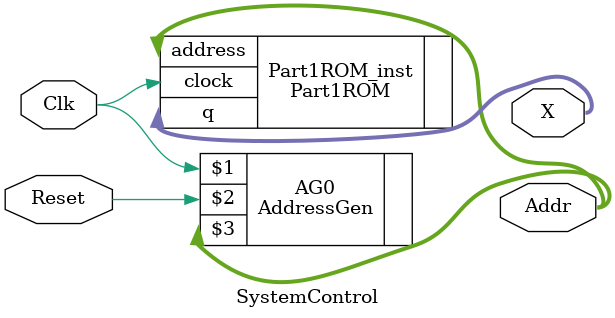
<source format=v>

module SystemControl(Clk, Reset, Addr, X);
   input Clk;           // Our system clock
   input Reset;         // Resets the entire system
   output [7:0] Addr;   // Address into memory
   output [7:0] X;      // Memory contents

   AddressGen AG0(Clk, Reset, Addr);
   
   // ROM
   Part1ROM	Part1ROM_inst (
	.address ( Addr ),
	.clock ( Clk ),
	.q ( X )
	);

endmodule

</source>
